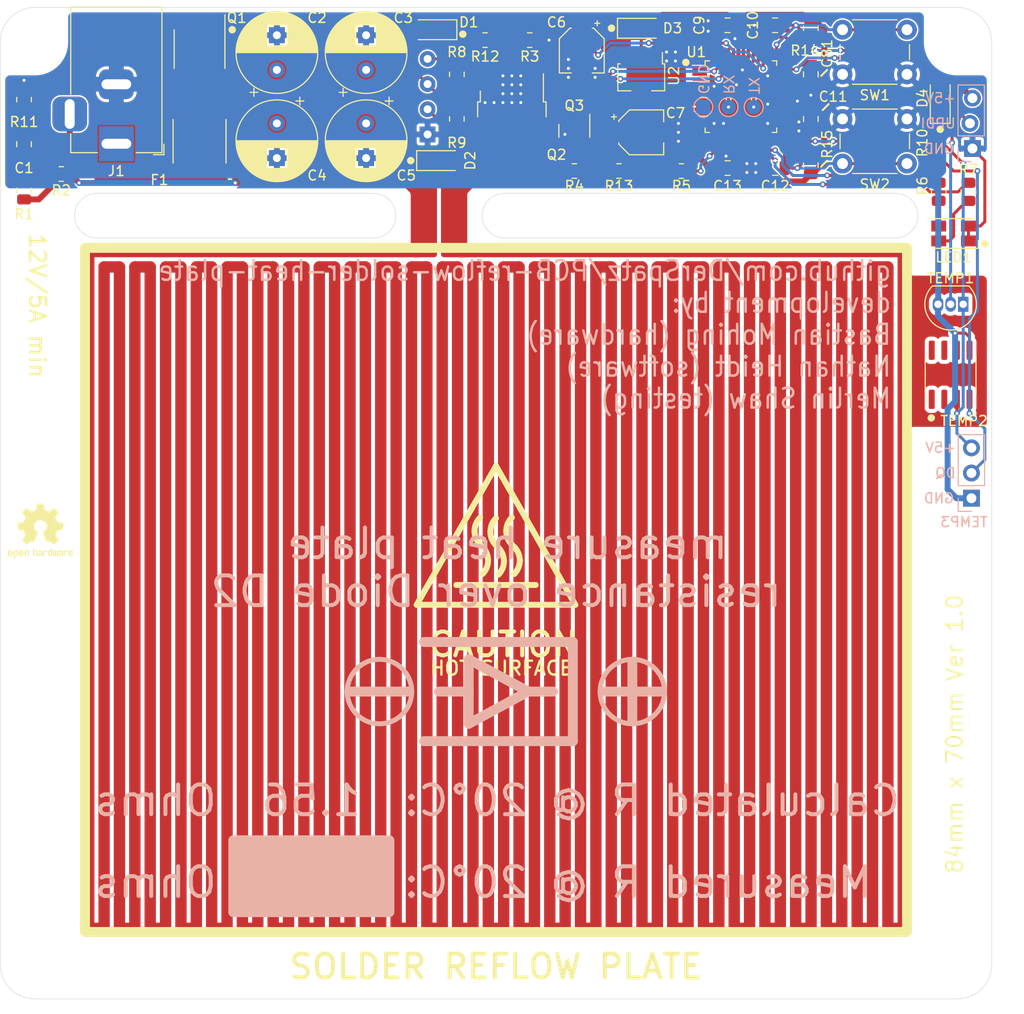
<source format=kicad_pcb>
(kicad_pcb (version 20211014) (generator pcbnew)
  (layers (0 "F.Cu" signal) (31 "B.Cu" signal) (34 "B.Paste" user) (35 "F.Paste" user) (36 "B.SilkS" user "B.Silkscreen") (37 "F.SilkS" user "F.Silkscreen") (38 "B.Mask" user) (39 "F.Mask" user) (44 "Edge.Cuts" user))
  (net 0 "")
  (net 1 "GND")
  (net 2 "+5V")
  (net 3 "VCC")
  (net 4 "/UPDI")
  (net 5 "/VCC-DIV")
  (net 6 "/I2C_SDA")
  (net 7 "/I2C_SCL")
  (net 8 "/GATE")
  (net 9 "HEATPLATE")
  (net 10 "Net-(C6-Pad1)")
  (net 11 "Net-(D2-Pad2)")
  (net 12 "Net-(F1-Pad1)")
  (net 14 "/TX0")
  (net 15 "/RX0")
  (net 27 "Net-(D4-Pad2)")
  (net 28 "Net-(LED1-Pad1)")
  (net 46 "Net-(Q2-Pad1)")
  (net 47 "Net-(Q3-Pad1)")
  (net 48 "Net-(LED1-Pad3)")
  (net 54 "Net-(C1-Pad2)")
  (net 55 "Net-(C1-Pad1)")
  (net 56 "Net-(J1-Pad3)")
  (net 57 "/SW_UP")
  (net 58 "/SW_DN")
  (net 59 "/TDATA_A")
  (net 60 "/TDATA_D")
  (net 61 "/LED_G")
  (net 62 "/LED_R")
  (footprint "Package_SO:SOIC-8_3.9x4.9mm_P1.27mm" (layer "F.Cu") (at 80.1 64.2 -90)
    (fp_text reference "Q1")
    (fp_text value "WSP4409A")
  )
  (footprint "Resistor_SMD:R_0805_2012Metric" (layer "F.Cu") (at 122.4 76.5)
    (fp_text reference "R13")
    (fp_text value "10k")
  )
  (footprint "Package_SO:SOIC-8_3.9x4.9mm_P1.27mm" (layer "F.Cu") (at 155.85 97.05 90)
    (fp_text reference "TEMP2")
    (fp_text value "DS18B20Z")
  )
  (footprint "Package_TO_SOT_SMD:SOT-23" (layer "F.Cu") (at 117.9 72.45 -90)
    (fp_text reference "Q3")
    (fp_text value "SS8050")
  )
  (footprint "Resistor_SMD:R_0805_2012Metric" (layer "F.Cu") (at 106.05 71.25 90)
    (fp_text reference "R9")
    (fp_text value "4k7")
  )
  (footprint "Capacitor_THT:CP_Radial_D8.0mm_P3.50mm" (layer "F.Cu") (at 96.9 71.697349 -90)
    (fp_text reference "C5")
    (fp_text value "680u/16V")
  )
  (footprint "Button_Switch_THT:SW_PUSH_6mm" (layer "F.Cu") (at 144.95 62.25)
    (fp_text reference "SW1")
    (fp_text value "SW_Push")
  )
  (footprint "Resistor_SMD:R_0805_2012Metric" (layer "F.Cu") (at 154.65 78.6 -90)
    (fp_text reference "R6")
    (fp_text value "1k")
  )
  (footprint "Capacitor_SMD:CP_Elec_4x5.4" (layer "F.Cu") (at 118.65 64.35 -90)
    (fp_text reference "C6")
    (fp_text value "22u/16V")
  )
  (footprint "Package_TO_SOT_SMD:TO-252-2" (layer "F.Cu") (at 111.6 72 -90)
    (fp_text reference "Q2")
    (fp_text value "IRLR8726TRPBF")
  )
  (footprint "Package_TO_SOT_SMD:SOT-89-3" (layer "F.Cu") (at 124.65 66.75 -90)
    (fp_text reference "U2")
    (fp_text value "AMS1117-5.0")
  )
  (footprint "Connector_BarrelJack:BarrelJack_Horizontal" (layer "F.Cu") (at 71.7075 73.75 -90)
    (fp_text reference "J1")
    (fp_text value "Barrel_Jack_Switch")
  )
  (footprint "Diode_SMD:D_SOD-123" (layer "F.Cu") (at 103.8 62.25 180)
    (fp_text reference "D1")
    (fp_text value "B5819W")
  )
  (footprint "NetTie:NetTie-2_SMD_Pad1.15mm" (layer "F.Cu") (at 101.4 84.625 180)
    (fp_text reference "NT1" hide)
    (fp_text value "NetTie_2")
  )
  (footprint "Capacitor_THT:CP_Radial_D8.0mm_P3.50mm" (layer "F.Cu") (at 96.9 66.302651 90)
    (fp_text reference "C3")
    (fp_text value "680u/16V")
  )
  (footprint "Resistor_SMD:R_0805_2012Metric" (layer "F.Cu") (at 154.65 74.4 90)
    (fp_text reference "R10")
    (fp_text value "4k7")
  )
  (footprint "Resistor_SMD:R_0805_2012Metric" (layer "F.Cu") (at 157.65 78.6 -90)
    (fp_text reference "R7")
    (fp_text value "1k")
  )
  (footprint "Capacitor_SMD:C_0805_2012Metric" (layer "F.Cu") (at 138.15 76.2 180)
    (fp_text reference "C12")
    (fp_text value "100nF")
  )
  (footprint "Resistor_SMD:R_0805_2012Metric" (layer "F.Cu") (at 141.75 62.1 90)
    (fp_text reference "R14")
    (fp_text value "10k")
  )
  (footprint "Resistor_SMD:R_0805_2012Metric" (layer "F.Cu") (at 141.75 75.9 -90)
    (fp_text reference "R15")
    (fp_text value "10k")
  )
  (footprint "Button_Switch_THT:SW_PUSH_6mm" (layer "F.Cu") (at 151.45 75.75 180)
    (fp_text reference "SW2")
    (fp_text value "SW_Push")
  )
  (footprint "Package_QFP:TQFP-48_7x7mm_P0.5mm" (layer "F.Cu") (at 134.7 69)
    (fp_text reference "U1")
    (fp_text value "ATMEGA4809-AFR")
  )
  (footprint "Resistor_SMD:R_0805_2012Metric" (layer "F.Cu") (at 113.4 63.3)
    (fp_text reference "R3")
    (fp_text value "1k")
  )
  (footprint "Resistor_SMD:R_0805_2012Metric" (layer "F.Cu") (at 117.9 76.5 180)
    (fp_text reference "R4")
    (fp_text value "1k")
  )
  (footprint "Capacitor_SMD:CP_Elec_4x5.4" (layer "F.Cu") (at 124.65 72.6)
    (fp_text reference "C7")
    (fp_text value "22u/16V")
  )
  (footprint "Capacitor_THT:CP_Radial_D8.0mm_P3.50mm" (layer "F.Cu") (at 87.9 66.302651 90)
    (fp_text reference "C2")
    (fp_text value "680u/16V")
  )
  (footprint "Diode_SMD:D_SOD-123" (layer "F.Cu") (at 124.5 62.1)
    (fp_text reference "D3")
    (fp_text value "B5819W")
  )
  (footprint "Capacitor_SMD:C_0805_2012Metric" (layer "F.Cu") (at 133.35 61.8 180)
    (fp_text reference "C9")
    (fp_text value "100nF")
  )
  (footprint "Capacitor_THT:CP_Radial_D8.0mm_P3.50mm" (layer "F.Cu") (at 87.9 71.697349 -90)
    (fp_text reference "C4")
    (fp_text value "680u/16V")
  )
  (footprint "MountingHole:MountingHole_3.2mm_M3" (layer "F.Cu") (at 63.5 63.5)
    (fp_text reference "H1" hide)
    (fp_text value "M3")
  )
  (footprint "MountingHole:MountingHole_3.2mm_M3" (layer "F.Cu") (at 156.5 156.5)
    (fp_text reference "H4" hide)
    (fp_text value "M3")
  )
  (footprint "Capacitor_SMD:C_0805_2012Metric" (layer "F.Cu") (at 141.75 66.75 -90)
    (fp_text reference "C81")
    (fp_text value "470pF")
  )
  (footprint "Resistor_SMD:R_0805_2012Metric" (layer "F.Cu") (at 62.4 69.3 90)
    (fp_text reference "R11")
    (fp_text value "10k")
  )
  (footprint "User:0.91Inch-OLED-Module" (layer "F.Cu") (at 119.89 67.92)
    (fp_text reference "OLED1" hide)
    (fp_text value "SSD1306")
  )
  (footprint "Diode_SMD:D_SOD-123" (layer "F.Cu") (at 154.8 69.45 90)
    (fp_text reference "D4")
    (fp_text value "B5819W")
  )
  (footprint "Capacitor_SMD:C_0805_2012Metric" (layer "F.Cu") (at 138.15 61.8 180)
    (fp_text reference "C10")
    (fp_text value "100nF")
  )
  (footprint "Capacitor_SMD:C_0805_2012Metric" (layer "F.Cu") (at 133.35 76.2)
    (fp_text reference "C13")
    (fp_text value "100nF")
  )
  (footprint "Package_TO_SOT_THT:TO-92_Inline" (layer "F.Cu") (at 157.12 89.94 180)
    (fp_text reference "TEMP1")
    (fp_text value "LMT85")
  )
  (footprint "LED_SMD:LED_Avago_PLCC4_3.2x2.8mm_CW" (layer "F.Cu") (at 156.15 82.8 180)
    (fp_text reference "LED1")
    (fp_text value "RED/GREEN")
  )
  (footprint "Capacitor_SMD:C_0805_2012Metric" (layer "F.Cu") (at 141.75 71.25 -90)
    (fp_text reference "C11")
    (fp_text value "100nF")
  )
  (footprint "Resistor_SMD:R_0805_2012Metric" (layer "F.Cu") (at 128.7 76.5 180)
    (fp_text reference "R5")
    (fp_text value "1k")
  )
  (footprint "Capacitor_SMD:C_0805_2012Metric" (layer "F.Cu") (at 62.4 73.8 90)
    (fp_text reference "C1")
    (fp_text value "10u")
  )
  (footprint "Resistor_SMD:R_0805_2012Metric" (layer "F.Cu") (at 106.05 66.75 90)
    (fp_text reference "R8")
    (fp_text value "4k7")
  )
  (footprint "MountingHole:MountingHole_3.2mm_M3" (layer "F.Cu") (at 63.5 156.5)
    (fp_text reference "H3" hide)
    (fp_text value "M3")
  )
  (footprint "Symbol:OSHW-Logo2_7.3x6mm_SilkScreen" (layer "F.Cu") (at 64.05 112.8)
    (fp_text reference "LOGO1" hide)
    (fp_text value "Logo_Open_Hardware_Small" hide)
  )
  (footprint "Diode_SMD:D_SOD-123" (layer "F.Cu") (at 104.25 75.45)
    (fp_text reference "D2")
    (fp_text value "B5819W")
  )
  (footprint "Resistor_SMD:R_0805_2012Metric" (layer "F.Cu") (at 66.15 76.8)
    (fp_text reference "R2")
    (fp_text value "47")
  )
  (footprint "MountingHole:MountingHole_3.2mm_M3" (layer "F.Cu") (at 156.5 63.5)
    (fp_text reference "H2" hide)
    (fp_text value "M3")
  )
  (footprint "NetTie:NetTie-2_SMD_Pad1.15mm" (layer "F.Cu") (at 107.1 84.625)
    (fp_text reference "NT2" hide)
    (fp_text value "NetTie_2")
  )
  (footprint "Fuse:Fuse_2920_7451Metric" (layer "F.Cu") (at 80.1 73.5 90)
    (fp_text reference "F1")
    (fp_text value "5A")
  )
  (footprint "Resistor_SMD:R_0805_2012Metric" (layer "F.Cu") (at 62.4 78.45 90)
    (fp_text reference "R1")
    (fp_text value "47")
  )
  (footprint "Resistor_SMD:R_0805_2012Metric" (layer "F.Cu") (at 108.9 63.3)
    (fp_text reference "R12")
    (fp_text value "10k")
  )
  (footprint "Connector_PinHeader_2.54mm:PinHeader_1x03_P2.54mm_Vertical" (layer "B.Cu") (at 157.927 74.23)
    (fp_text reference "UPDI1" hide)
    (fp_text value "1x03_2.54mm")
  )
  (footprint "TestPoint:TestPoint_Pad_D1.5mm" (layer "B.Cu") (at 130.91 70.05)
    (fp_text reference "TP3" hide)
    (fp_text value "TestPoint")
  )
  (footprint "Connector_PinHeader_2.54mm:PinHeader_1x03_P2.54mm_Vertical" (layer "B.Cu") (at 157.95 109.5)
    (fp_text reference "TEMP3")
    (fp_text value "Ext. 1-Wire")
  )
  (footprint "TestPoint:TestPoint_Pad_D1.5mm" (layer "B.Cu") (at 135.99 70.05)
    (fp_text reference "TP1" hide)
    (fp_text value "TestPoint")
  )
  (footprint "TestPoint:TestPoint_Pad_D1.5mm" (layer "B.Cu") (at 133.45 70.05)
    (fp_text reference "TP2" hide)
    (fp_text value "TestPoint")
  )
  (gr_line (start 107.25 129) (end 104.25 129) (layer "B.SilkS") (width 1))
  (gr_line (start 117.75 134) (end 102.75 134) (layer "B.SilkS") (width 1))
  (gr_line (start 126.75 129) (end 120.75 129) (layer "B.SilkS") (width 1))
  (gr_line (start 117.75 134) (end 117.75 124) (layer "B.SilkS") (width 1))
  (gr_line (start 117.75 124) (end 102.75 124) (layer "B.SilkS") (width 1))
  (gr_circle (center 98.25 129) (end 95 129) (layer "B.SilkS") (width 0.5) (fill none))
  (gr_circle (center 123.75 129) (end 120.5 129) (layer "B.SilkS") (width 0.5) (fill none))
  (gr_line (start 107.25 125.75) (end 113.25 129) (layer "B.SilkS") (width 1))
  (gr_line (start 101.25 129) (end 95.25 129) (layer "B.SilkS") (width 1))
  (gr_line (start 107.25 132.25) (end 107.25 125.75) (layer "B.SilkS") (width 1))
  (gr_line (start 112.75 129) (end 115.75 129) (layer "B.SilkS") (width 1))
  (gr_line (start 123.75 132) (end 123.75 126) (layer "B.SilkS") (width 1))
  (gr_line (start 113.25 129) (end 107.25 132.25) (layer "B.SilkS") (width 1))
  (gr_rect (start 83.5 144) (end 99.25 151.25) (layer "B.SilkS") (width 1) (fill solid))
  (gr_arc (start 108.4 114.181) (mid 107.981618 113.55435) (end 107.834891 112.815293) (layer "F.SilkS") (width 0.6))
  (gr_arc (start 108.634 114.416) (mid 109.052458 115.042267) (end 109.199402 115.781) (layer "F.SilkS") (width 0.6))
  (gr_line locked (start 102 120.25) (end 110 106.25) (layer "F.SilkS") (width 0.6))
  (gr_line locked (start 110 114.25) (end 110.234 114.484) (layer "F.SilkS") (width 0.6))
  (gr_line locked (start 102 120.25) (end 118 120.25) (layer "F.SilkS") (width 0.6))
  (gr_circle (center 121.65 62.1) (end 121.95 62.1) (layer "F.SilkS") (width 0.15) (fill solid))
  (gr_arc (start 111.6 114.181) (mid 111.181618 113.55435) (end 111.034891 112.815293) (layer "F.SilkS") (width 0.6))
  (gr_circle (center 101.4 75.45) (end 101.7 75.45) (layer "F.SilkS") (width 0.15) (fill solid))
  (gr_arc (start 110 114.25) (mid 109.581235 113.623274) (end 109.434184 112.884) (layer "F.SilkS") (width 0.6))
  (gr_arc (start 110.8 115.85) (mid 110.653011 116.588962) (end 110.234423 117.215423) (layer "F.SilkS") (width 0.6))
  (gr_line (start 142.8 76.05) (end 143.4 75.45) (layer "F.SilkS") (width 0.2))
  (gr_circle (center 159.3 83.85) (end 159.6 83.85) (layer "F.SilkS") (width 0.15) (fill solid))
  (gr_line (start 68.55 84.25) (end 68.55 153.25) (layer "F.SilkS") (width 1))
  (gr_arc (start 109.2 115.781) (mid 109.053011 116.519962) (end 108.634423 117.146423) (layer "F.SilkS") (width 0.6))
  (gr_arc (start 107.834 112.816) (mid 107.981065 112.076656) (end 108.39987 111.44987) (layer "F.SilkS") (width 0.6))
  (gr_circle (center 153.9 101.4) (end 154.2 101.4) (layer "F.SilkS") (width 0.15) (fill solid))
  (gr_arc (start 110.234 114.484) (mid 110.652841 115.110344) (end 110.800109 115.849293) (layer "F.SilkS") (width 0.6))
  (gr_line (start 142.8 66.9) (end 143.4 66.3) (layer "F.SilkS") (width 0.2))
  (gr_circle (center 154.8 72.3) (end 155.1 72.3) (layer "F.SilkS") (width 0.15) (fill solid))
  (gr_arc (start 111.834 114.416) (mid 112.252458 115.042267) (end 112.399402 115.781) (layer "F.SilkS") (width 0.6))
  (gr_arc (start 112.4 115.781) (mid 112.253011 116.519962) (end 111.834423 117.146423) (layer "F.SilkS") (width 0.6))
  (gr_line locked (start 106 118.25) (end 114 118.25) (layer "F.SilkS") (width 0.6))
  (gr_line (start 151.45 84.25) (end 68.55 84.25) (layer "F.SilkS") (width 1))
  (gr_circle (center 129.15 65.55) (end 129.45 65.55) (layer "F.SilkS") (width 0.15) (fill solid))
  (gr_arc (start 111.034 112.816) (mid 111.181065 112.076656) (end 111.59987 111.44987) (layer "F.SilkS") (width 0.6))
  (gr_arc (start 109.434 112.884) (mid 109.581065 112.144656) (end 109.99987 111.51787) (layer "F.SilkS") (width 0.6))
  (gr_circle (center 106.65 62.7) (end 106.95 62.7) (layer "F.SilkS") (width 0.15) (fill solid))
  (gr_line locked (start 110 106.25) (end 118 120.25) (layer "F.SilkS") (width 0.6))
  (gr_line (start 151.45 153.25) (end 68.55 153.25) (layer "F.SilkS") (width 1))
  (gr_line locked (start 108.4 114.181) (end 108.634 114.416) (layer "F.SilkS") (width 0.6))
  (gr_line (start 151.45 84.25) (end 151.45 153.25) (layer "F.SilkS") (width 1))
  (gr_line (start 142.95 70.35) (end 143.55 69.75) (layer "F.SilkS") (width 0.2))
  (gr_line locked (start 111.6 114.181) (end 111.834 114.416) (layer "F.SilkS") (width 0.6))
  (gr_circle (center 83.4 62.25) (end 83.7 62.25) (layer "F.SilkS") (width 0.15) (fill solid))
  (gr_arc (start 156.5 60) (mid 158.974874 61.025126) (end 160 63.5) (layer "Edge.Cuts") (width 0.05))
  (gr_line (start 60 156.5) (end 60 63.5) (layer "Edge.Cuts") (width 0.05))
  (gr_arc (start 69.75 83.25) (mid 67.5 81) (end 69.75 78.75) (layer "Edge.Cuts") (width 0.05))
  (gr_line (start 97.65 78.75) (end 69.75 78.75) (layer "Edge.Cuts") (width 0.05))
  (gr_arc (start 63.5 160) (mid 61.025126 158.974874) (end 60 156.5) (layer "Edge.Cuts") (width 0.05))
  (gr_arc (start 110.85 83.25) (mid 108.6 81) (end 110.85 78.75) (layer "Edge.Cuts") (width 0.05))
  (gr_arc (start 160 156.5) (mid 158.974874 158.974874) (end 156.5 160) (layer "Edge.Cuts") (width 0.05))
  (gr_line (start 156.5 160) (end 63.5 160) (layer "Edge.Cuts") (width 0.05))
  (gr_line (start 69.75 83.25) (end 97.65 83.25) (layer "Edge.Cuts") (width 0.05))
  (gr_arc (start 150.3 78.75) (mid 152.55 81) (end 150.3 83.25) (layer "Edge.Cuts") (width 0.05))
  (gr_line (start 150.3 83.25) (end 110.85 83.25) (layer "Edge.Cuts") (width 0.05))
  (gr_arc (start 60 63.5) (mid 61.025126 61.025126) (end 63.5 60) (layer "Edge.Cuts") (width 0.05))
  (gr_line (start 63.5 60) (end 156.5 60) (layer "Edge.Cuts") (width 0.05))
  (gr_line (start 110.85 78.75) (end 150.3 78.75) (layer "Edge.Cuts") (width 0.05))
  (gr_arc (start 97.65 78.75) (mid 99.9 81) (end 97.65 83.25) (layer "Edge.Cuts") (width 0.05))
  (gr_line (start 160 63.5) (end 160 156.5) (layer "Edge.Cuts") (width 0.05))
  (gr_text "github.com/DerSpatz/PCB-reflow-solder-heat-plate\ndevelopment by:\nBastian Mohing (hardware)\nNathan Heidt (software)\nMerlin Shaw (testing)" (at 150 93) (layer "B.SilkS") (effects (font (size 2 1.8) (thickness 0.25)) (justify left mirror)))
  (gr_text "GND" (at 130.91 68.85 270) (layer "B.SilkS") (effects (font (size 1 1)) (justify left mirror)))
  (gr_text "TX" (at 135.99 68.85 270) (layer "B.SilkS") (effects (font (size 1 1)) (justify left mirror)))
  (gr_text "DQ" (at 156.45 106.95) (layer "B.SilkS") (effects (font (size 1 1)) (justify left mirror)))
  (gr_text "RX" (at 133.45 68.85 270) (layer "B.SilkS") (effects (font (size 1 1)) (justify left mirror)))
  (gr_text "+5V" (at 156.45 69.15) (layer "B.SilkS") (effects (font (size 1 1)) (justify left mirror)))
  (gr_text "1.56  Ohms" (at 69.25 140) (layer "B.SilkS") (effects (font (size 3 3) (thickness 0.4)) (justify right mirror)))
  (gr_text "Measured R @ 20°C:" (at 100.5 148.25) (layer "B.SilkS") (effects (font (size 3 3) (thickness 0.4)) (justify right mirror)))
  (gr_text "Calculated R @ 20°C:" (at 100.5 140) (layer "B.SilkS") (effects (font (size 3 3) (thickness 0.4)) (justify right mirror)))
  (gr_text "GND" (at 156.3 74.25) (layer "B.SilkS") (effects (font (size 1 1)) (justify left mirror)))
  (gr_text "measure heat plate \nresistance over Diode D2" (at 110 116.5) (layer "B.SilkS") (effects (font (size 3 3) (thickness 0.4)) (justify mirror)))
  (gr_text "GND" (at 156.3 109.5) (layer "B.SilkS") (effects (font (size 1 1)) (justify left mirror)))
  (gr_text "UPDI" (at 156.45 71.7) (layer "B.SilkS") (effects (font (size 1 1)) (justify left mirror)))
  (gr_text "Ohms" (at 69.25 148.25) (layer "B.SilkS") (effects (font (size 3 3) (thickness 0.4)) (justify right mirror)))
  (gr_text "+5V" (at 156.45 104.4) (layer "B.SilkS") (effects (font (size 1 1)) (justify left mirror)))
  (gr_text "Ver 1.0" (at 156.25 128.1 90) (layer "F.SilkS") (effects (font (size 1.6 1.6) (thickness 0.2)) (justify left)))
  (gr_text "CAUTION" (at 103 124.25) (layer "F.SilkS") (effects (font (size 2.4 2.4) (thickness 0.4)) (justify left)))
  (gr_text "12V/5A min" (at 63.75 82.65 270) (layer "F.SilkS") (effects (font (size 1.6 1.6) (thickness 0.25)) (justify left)))
  (gr_text "HOT SURFACE" (at 103.2 126.65) (layer "F.SilkS") (effects (font (size 1.4 1.4) (thickness 0.24)) (justify left)))
  (gr_text "84mm x 70mm" (at 156.25 147.5 90) (layer "F.SilkS") (effects (font (size 1.6 1.6) (thickness 0.2)) (justify left)))
  (gr_text "SOLDER REFLOW PLATE" (at 110 156.75) (layer "F.SilkS") (effects (font (size 2.4 2.4) (thickness 0.4))))
  (segment (start 138.8625 69.75) (end 140.1 69.75) (width 0.3) (layer "F.Cu") (net 1))
  (segment (start 133.2 75) (end 132.95 74.75) (width 0.3) (layer "F.Cu") (net 1))
  (segment (start 134.85 66.3) (end 134.45 65.9) (width 0.3) (layer "F.Cu") (net 1))
  (segment (start 134.1 63.15) (end 134.45 63.5) (width 0.3) (layer "F.Cu") (net 1))
  (segment (start 157.755 93.255) (end 157.755 94.575) (width 0.3) (layer "F.Cu") (net 1))
  (segment (start 159.3 81.6) (end 158.85 82.05) (width 0.3) (layer "F.Cu") (net 1))
  (segment (start 158.85 82.05) (end 157.65 82.05) (width 0.3) (layer "F.Cu") (net 1))
  (segment (start 114.3125 63.3) (end 115.35 63.3) (width 0.6) (layer "F.Cu") (net 1))
  (segment (start 156.3 92.85) (end 157.35 92.85) (width 0.3) (layer "F.Cu") (net 1))
  (segment (start 134.45 63.5) (end 134.45 64.8375) (width 0.3) (layer "F.Cu") (net 1))
  (segment (start 137.2 61.8) (end 136.05 61.8) (width 0.6) (layer "F.Cu") (net 1))
  (segment (start 132.95 74.75) (end 132.95 73.1625) (width 0.3) (layer "F.Cu") (net 1))
  (segment (start 134.45 65.9) (end 134.45 64.8375) (width 0.3) (layer "F.Cu") (net 1))
  (segment (start 141.75 67.7) (end 141.75 68.85) (width 0.6) (layer "F.Cu") (net 1))
  (segment (start 140.1 69.75) (end 140.4 69.45) (width 0.3) (layer "F.Cu") (net 1))
  (segment (start 157.65 83.55) (end 157.65 82.05) (width 0.3) (layer "F.Cu") (net 1))
  (segment (start 116.95 71.5125) (end 116.95 72.8) (width 0.6) (layer "F.Cu") (net 1))
  (segment (start 158.054 74.23) (end 159.3 75.476) (width 0.3) (layer "F.Cu") (net 1))
  (segment (start 138.8625 69.75) (end 137.4 69.75) (width 0.3) (layer "F.Cu") (net 1))
  (segment (start 62.4 68.3875) (end 62.4 67.35) (width 0.3) (layer "F.Cu") (net 1))
  (segment (start 132.95 73.1625) (end 132.95 71.7) (width 0.3) (layer "F.Cu") (net 1))
  (segment (start 157.35 92.85) (end 157.755 93.255) (width 0.3) (layer "F.Cu") (net 1))
  (segment (start 159.3 75.476) (end 159.3 81.6) (width 0.3) (layer "F.Cu") (net 1))
  (via (at 111.6 67.8) (size 0.6) (drill 0.3) (layers "F.Cu" "B.Cu") (net 1))
  (via (at 116.95 72.8) (size 0.6) (drill 0.3) (layers "F.Cu" "B.Cu") (net 1))
  (via (at 133.2 75) (size 0.6) (drill 0.3) (layers "F.Cu" "B.Cu") (net 1))
  (via (at 110.7 69.6) (size 0.6) (drill 0.3) (layers "F.Cu" "B.Cu") (net 1))
  (via (at 112.5 69.6) (size 0.6) (drill 0.3) (layers "F.Cu" "B.Cu") (net 1))
  (via (at 135.3 75.75) (size 0.6) (drill 0.3) (layers "F.Cu" "B.Cu") (net 1))
  (via (at 137.4 69.75) (size 0.6) (drill 0.3) (layers "F.Cu" "B.Cu") (net 1))
  (via (at 134.1 63.15) (size 0.6) (drill 0.3) (layers "F.Cu" "B.Cu") (net 1))
  (via (at 137.4 66.9) (size 0.6) (drill 0.3) (layers "F.Cu" "B.Cu") (net 1))
  (via (at 141.75 68.85) (size 0.6) (drill 0.3) (layers "F.Cu" "B.Cu") (net 1))
  (via (at 120 66.15) (size 0.6) (drill 0.3) (layers "F.Cu" "B.Cu") (net 1))
  (via (at 117.3 66.15) (size 0.6) (drill 0.3) (layers "F.Cu" "B.Cu") (net 1))
  (via (at 134.25 67.8) (size 0.6) (drill 0.3) (layers "F.Cu" "B.Cu") (net 1))
  (via (at 115.35 63.3) (size 0.6) (drill 0.3) (layers "F.Cu" "B.Cu") (net 1))
  (via (at 110.7 66.9) (size 0.6) (drill 0.3) (layers "F.Cu" "B.Cu") (net 1))
  (via (at 128.4 72.6) (size 0.6) (drill 0.3) (layers "F.Cu" "B.Cu") (net 1))
  (via (at 134.85 66.3) (size 0.6) (drill 0.3) (layers "F.Cu" "B.Cu") (net 1))
  (via (at 117.3 67.05) (size 0.6) (drill 0.3) (layers "F.Cu" "B.Cu") (net 1))
  (via (at 137.4 71.7) (size 0.6) (drill 0.3) (layers "F.Cu" "B.Cu") (net 1))
  (via (at 111.6 66.9) (size 0.6) (drill 0.3) (layers "F.Cu" "B.Cu") (net 1))
  (via (at 117.3 65.25) (size 0.6) (drill 0.3) (layers "F.Cu" "B.Cu") (net 1))
  (via (at 132 67.95) (size 0.6) (drill 0.3) (layers "F.Cu" "B.Cu") (net 1))
  (via (at 136.05 61.8) (size 0.6) (drill 0.3) (layers "F.Cu" "B.Cu") (net 1))
  (via (at 62.4 67.35) (size 0.6) (drill 0.3) (layers "F.Cu" "B.Cu") (net 1))
  (via (at 111.6 68.7) (size 0.6) (drill 0.3) (layers "F.Cu" "B.Cu") (net 1))
  (via (at 127.2 65.4) (size 0.6) (drill 0.3) (layers "F.Cu" "B.Cu") (net 1))
  (via (at 128.1 65.4) (size 0.6) (drill 0.3) (layers "F.Cu" "B.Cu") (net 1))
  (via (at 127.2 64.5) (size 0.6) (drill 0.3) (layers "F.Cu" "B.Cu") (net 1))
  (via (at 140.55 72.45) (size 0.6) (drill 0.3) (layers "F.Cu" "B.Cu") (net 1))
  (via (at 136.2 76.65) (size 0.6) (drill 0.3) (layers "F.Cu" "B.Cu") (net 1))
  (via (at 112.5 68.7) (size 0.6) (drill 0.3) (layers "F.Cu" "B.Cu") (net 1))
  (via (at 131.4 62.4) (size 0.6) (drill 0.3) (layers "F.Cu" "B.Cu") (net 1))
  (via (at 128.4 71.7) (size 0.6) (drill 0.3) (layers "F.Cu" "B.Cu") (net 1))
  (via (at 111.6 69.6) (size 0.6) (drill 0.3) (layers "F.Cu" "B.Cu") (net 1))
  (via (at 128.4 73.5) (size 0.6) (drill 0.3) (layers "F.Cu" "B.Cu") (net 1))
  (via (at 140.55 71.55) (size 0.6) (drill 0.3) (layers "F.Cu" "B.Cu") (net 1))
  (via (at 110.7 67.8) (size 0.6) (drill 0.3) (layers "F.Cu" "B.Cu") (net 1))
  (via (at 109.8 69.6) (size 0.6) (drill 0.3) (layers "F.Cu" "B.Cu") (net 1))
  (via (at 132.95 71.7) (size 0.6) (drill 0.3) (layers "F.Cu" "B.Cu") (net 1))
  (via (at 112.5 66.9) (size 0.6) (drill 0.3) (layers "F.Cu" "B.Cu") (net 1))
  (via (at 108.9 69.6) (size 0.6) (drill 0.3) (layers "F.Cu" "B.Cu") (net 1))
  (via (at 140.4 69.45) (size 0.6) (drill 0.3) (layers "F.Cu" "B.Cu") (net 1))
  (via (at 132 71.7) (size 0.6) (drill 0.3) (layers "F.Cu" "B.Cu") (net 1))
  (via (at 131.4 61.35) (size 0.6) (drill 0.3) (layers "F.Cu" "B.Cu") (net 1))
  (via (at 156.3 92.85) (size 0.6) (drill 0.3) (layers "F.Cu" "B.Cu") (net 1))
  (via (at 120 67.05) (size 0.6) (drill 0.3) (layers "F.Cu" "B.Cu") (net 1))
  (via (at 110.7 68.7) (size 0.6) (drill 0.3) (layers "F.Cu" "B.Cu") (net 1))
  (via (at 135.3 76.65) (size 0.6) (drill 0.3) (layers "F.Cu" "B.Cu") (net 1))
  (via (at 136.2 75.75) (size 0.6) (drill 0.3) (layers "F.Cu" "B.Cu") (net 1))
  (via (at 112.5 67.8) (size 0.6) (drill 0.3) (layers "F.Cu" "B.Cu") (net 1))
  (via (at 128.1 64.5) (size 0.6) (drill 0.3) (layers "F.Cu" "B.Cu") (net 1))
  (segment (start 154.58 91.13) (end 156.3 92.85) (width 0.6) (layer "B.Cu") (net 1))
  (segment (start 156.45 109.5) (end 157.95 109.5) (width 0.6) (layer "B.Cu") (net 1))
  (segment (start 154.6 89.92) (end 154.6 77.2) (width 0.6) (layer "B.Cu") (net 1))
  (segment (start 156.3 99.75) (end 155.55 100.5) (width 0.6) (layer "B.Cu") (net 1))
  (segment (start 156.3 92.85) (end 156.3 99.75) (width 0.6) (layer "B.Cu") (net 1))
  (segment (start 155.55 100.5) (end 155.55 108.6) (width 0.6) (layer "B.Cu") (net 1))
  (segment (start 155.55 108.6) (end 156.45 109.5) (width 0.6) (layer "B.Cu") (net 1))
  (segment (start 154.58 89.94) (end 154.58 91.13) (width 0.6) (layer "B.Cu") (net 1))
  (segment (start 123.45 68.25) (end 124.65 67.05) (width 0.3) (layer "F.Cu") (net 2))
  (segment (start 143.1 69) (end 143.1 62.25) (width 0.6) (layer "F.Cu") (net 2))
  (segment (start 124.8 76.5) (end 123.3125 76.5) (width 0.6) (layer "F.Cu") (net 2))
  (segment (start 142.1875 61.3375) (end 142.0375 61.3375) (width 0.6) (layer "F.Cu") (net 2))
  (segment (start 121.05 69.6) (end 122.4 68.25) (width 0.3) (layer "F.Cu") (net 2))
  (segment (start 116.7 69.6) (end 121.05 69.6) (width 0.3) (layer "F.Cu") (net 2))
  (segment (start 107.55 71.7) (end 107.0875 72.1625) (width 0.3) (layer "F.Cu") (net 2))
  (segment (start 126.3 75) (end 124.8 76.5) (width 0.6) (layer "F.Cu") (net 2))
  (segment (start 108.45 66.15) (end 114.75 66.15) (width 0.3) (layer "F.Cu") (net 2))
  (segment (start 134.3 61.55) (end 133.35 60.6) (width 0.3) (layer "F.Cu") (net 2))
  (segment (start 151.99998 69.3) (end 153.79998 71.1) (width 0.6) (layer "F.Cu") (net 2))
  (segment (start 107.55 67.05) (end 108.45 66.15) (width 0.3) (layer "F.Cu") (net 2))
  (segment (start 130.35 75) (end 126.3 75) (width 0.6) (layer "F.Cu") (net 2))
  (segment (start 141 60.6) (end 135.3 60.6) (width 0.3) (layer "F.Cu") (net 2))
  (segment (start 143.1 62.25) (end 142.1875 61.3375) (width 0.6) (layer "F.Cu") (net 2))
  (segment (start 141.75 70.3) (end 143 70.3) (width 0.3) (layer "F.Cu") (net 2))
  (segment (start 153.79998 71.1) (end 154.8 71.1) (width 0.6) (layer "F.Cu") (net 2))
  (segment (start 138.8625 70.25) (end 141.7 70.25) (width 0.3) (layer "F.Cu") (net 2))
  (segment (start 133.5 77.55) (end 141.0125 77.55) (width 0.6) (layer "F.Cu") (net 2))
  (segment (start 107.0875 72.1625) (end 106.05 72.1625) (width 0.3) (layer "F.Cu") (net 2))
  (segment (start 141.8875 76.8125) (end 143.1 75.6) (width 0.6) (layer "F.Cu") (net 2))
  (segment (start 154.8 73.3375) (end 154.8 71.1) (width 0.6) (layer "F.Cu") (net 2))
  (segment (start 107.5375 67.6625) (end 107.55 67.65) (width 0.3) (layer "F.Cu") (net 2))
  (segment (start 141.0125 77.55) (end 141.75 76.8125) (width 0.6) (layer "F.Cu") (net 2))
  (segment (start 135.3 60.6) (end 134.3 61.6) (width 0.3) (layer "F.Cu") (net 2))
  (segment (start 126.15 61.2) (end 126.15 62.1) (width 0.3) (layer "F.Cu") (net 2))
  (segment (start 134.95 62.7) (end 134.3 62.05) (width 0.3) (layer "F.Cu") (net 2))
  (segment (start 143.1 70.2) (end 143.1 69) (width 0.6) (layer "F.Cu") (net 2))
  (segment (start 107.55 67.65) (end 107.55 67.05) (width 0.3) (layer "F.Cu") (net 2))
  (segment (start 125.25 62.1) (end 126.15 62.1) (width 0.3) (layer "F.Cu") (net 2))
  (segment (start 114.75 66.15) (end 115.2 66.6) (width 0.3) (layer "F.Cu") (net 2))
  (segment (start 143.1 75.6) (end 143.1 70.2) (width 0.6) (layer "F.Cu") (net 2))
  (segment (start 156.485 99.525) (end 156.485 100.95) (width 0.3) (layer "F.Cu") (net 2))
  (segment (start 104.9925 72.1625) (end 103.1 70.27) (width 0.3) (layer "F.Cu") (net 2))
  (segment (start 133.35 60.6) (end 126.75 60.6) (width 0.3) (layer "F.Cu") (net 2))
  (segment (start 106.05 67.6625) (end 107.5375 67.6625) (width 0.3) (layer "F.Cu") (net 2))
  (segment (start 115.2 68.1) (end 116.7 69.6) (width 0.3) (layer "F.Cu") (net 2))
  (segment (start 122.4 68.25) (end 123.45 68.25) (width 0.3) (layer "F.Cu") (net 2))
  (segment (start 157.12 75.75) (end 154.8575 73.4875) (width 0.3) (layer "F.Cu") (net 2))
  (segment (start 124.65 62.7) (end 125.25 62.1) (width 0.3) (layer "F.Cu") (net 2))
  (segment (start 106.05 72.1625) (end 104.9925 72.1625) (width 0.3) (layer "F.Cu") (net 2))
  (segment (start 132.4 76.2) (end 131.55 76.2) (width 0.6) (layer "F.Cu") (net 2))
  (segment (start 124.65 65.1875) (end 124.65 62.7) (width 0.3) (layer "F.Cu") (net 2))
  (segment (start 132.4 76.45) (end 133.5 77.55) (width 0.6) (layer "F.Cu") (net 2))
  (segment (start 132.45 73.1625) (end 132.45 76.15) (width 0.3) (layer "F.Cu") (net 2))
  (segment (start 107.55 67.65) (end 107.55 71.7) (width 0.3) (layer "F.Cu") (net 2))
  (segment (start 126.75 60.6) (end 126.15 61.2) (width 0.3) (layer "F.Cu") (net 2))
  (segment (start 134.95 64.8375) (end 134.95 62.7) (width 0.3) (layer "F.Cu") (net 2))
  (segment (start 141.5875 61.1875) (end 141 60.6) (width 0.3) (layer "F.Cu") (net 2))
  (segment (start 143.1 69.3) (end 151.99998 69.3) (width 0.6) (layer "F.Cu") (net 2))
  (segment (start 115.2 66.6) (end 115.2 68.1) (width 0.3) (layer "F.Cu") (net 2))
  (segment (start 143 70.3) (end 143.1 70.2) (width 0.3) (layer "F.Cu") (net 2))
  (segment (start 131.55 76.2) (end 130.35 75) (width 0.6) (layer "F.Cu") (net 2))
  (via (at 156.485 100.95) (size 0.6) (drill 0.3) (layers "F.Cu" "B.Cu") (net 2))
  (via (at 157.12 75.75) (size 0.6) (drill 0.3) (layers "F.Cu" "B.Cu") (net 2))
  (segment (start 157.12 75.75) (end 157.12 89.94) (width 0.3) (layer "B.Cu") (net 2))
  (segment (start 156.485 102.955) (end 157.95 104.42) (width 0.3) (layer "B.Cu") (net 2))
  (segment (start 157.12 90.51) (end 157.12 100.315) (width 0.3) (layer "B.Cu") (net 2))
  (segment (start 156.485 100.95) (end 156.485 102.955) (width 0.3) (layer "B.Cu") (net 2))
  (segment (start 157.12 100.315) (end 156.485 100.95) (width 0.3) (layer "B.Cu") (net 2))
  (segment (start 108.15 70.8) (end 108.15 72) (width 0.3) (layer "F.Cu") (net 3))
  (segment (start 108.6 70.35) (end 108.15 70.8) (width 0.3) (layer "F.Cu") (net 3))
  (segment (start 116.9875 76.5) (end 116.1 76.5) (width 0.3) (layer "F.Cu") (net 3))
  (segment (start 108.15 72) (end 106.95 73.2) (width 0.3) (layer "F.Cu") (net 3))
  (segment (start 116.1 76.5) (end 115.65 76.05) (width 0.3) (layer "F.Cu") (net 3))
  (segment (start 106.95 73.2) (end 105 73.2) (width 0.3) (layer "F.Cu") (net 3))
  (segment (start 67.0625 76.8125) (end 67.95 77.7) (width 0.6) (layer "F.Cu") (net 3))
  (segment (start 105 73.2) (end 102.75 75.45) (width 0.3) (layer "F.Cu") (net 3))
  (segment (start 115.65 71.25) (end 114.75 70.35) (width 0.3) (layer "F.Cu") (net 3))
  (segment (start 115.65 76.05) (end 115.65 71.25) (width 0.3) (layer "F.Cu") (net 3))
  (segment (start 114.75 70.35) (end 108.6 70.35) (width 0.3) (layer "F.Cu") (net 3))
  (via (at 67.95 77.7) (size 0.6) (drill 0.3) (layers "F.Cu" "B.Cu") (net 3))
  (via (at 83.7 77.7) (size 0.6) (drill 0.3) (layers "F.Cu" "B.Cu") (net 3))
  (segment (start 83.7 77.7) (end 67.95 77.7) (width 0.6) (layer "B.Cu") (net 3))
  (segment (start 139.2 63) (end 135.9 63) (width 0.3) (layer "F.Cu") (net 4))
  (segment (start 140.55 64.35) (end 139.2 63) (width 0.3) (layer "F.Cu") (net 4))
  (segment (start 154.96 68.85) (end 153.75 68.85) (width 0.3) (layer "F.Cu") (net 4))
  (segment (start 135.9 63) (end 135.45 63.45) (width 0.3) (layer "F.Cu") (net 4))
  (segment (start 135.45 63.45) (end 135.45 64.8375) (width 0.3) (layer "F.Cu") (net 4))
  (segment (start 153 65.85) (end 151.5 64.35) (width 0.3) (layer "F.Cu") (net 4))
  (segment (start 142.2 64.35) (end 140.55 64.35) (width 0.3) (layer "F.Cu") (net 4))
  (segment (start 151.5 64.35) (end 144.75 64.35) (width 0.3) (layer "F.Cu") (net 4))
  (segment (start 153.75 68.85) (end 153 68.1) (width 0.3) (layer "F.Cu") (net 4))
  (segment (start 153 68.1) (end 153 65.85) (width 0.3) (layer "F.Cu") (net 4))
  (segment (start 157.8 71.69) (end 154.96 68.85) (width 0.3) (layer "F.Cu") (net 4))
  (via (at 142.2 64.35) (size 0.6) (drill 0.3) (layers "F.Cu" "B.Cu") (net 4))
  (via (at 144.75 64.35) (size 0.6) (drill 0.3) (layers "F.Cu" "B.Cu") (net 4))
  (segment (start 142.2 64.35) (end 144.75 64.35) (width 0.3) (layer "B.Cu") (net 4))
  (segment (start 113.4 64.35) (end 112.4875 63.4375) (width 0.3) (layer "F.Cu") (net 5))
  (segment (start 109.8125 63.3) (end 112.4875 63.3) (width 0.3) (layer "F.Cu") (net 5))
  (segment (start 120.3 64.8) (end 119.85 64.35) (width 0.3) (layer "F.Cu") (net 5))
  (segment (start 125.4 63.6) (end 133.2 63.6) (width 0.3) (layer "F.Cu") (net 5))
  (segment (start 136.95 64.8375) (end 136.95 66.15) (width 0.3) (layer "F.Cu") (net 5))
  (segment (start 119.85 64.35) (end 113.4 64.35) (width 0.3) (layer "F.Cu") (net 5))
  (via (at 120.3 64.8) (size 0.6) (drill 0.3) (layers "F.Cu" "B.Cu") (net 5))
  (via (at 125.4 63.6) (size 0.6) (drill 0.3) (layers "F.Cu" "B.Cu") (net 5))
  (via (at 133.2 63.6) (size 0.6) (drill 0.3) (layers "F.Cu" "B.Cu") (net 5))
  (via (at 136.95 66.15) (size 0.6) (drill 0.3) (layers "F.Cu" "B.Cu") (net 5))
  (segment (start 133.2 63.6) (end 134.1 64.5) (width 0.3) (layer "B.Cu") (net 5))
  (segment (start 134.1 64.5) (end 135.3 64.5) (width 0.3) (layer "B.Cu") (net 5))
  (segment (start 121.5 63.6) (end 120.3 64.8) (width 0.3) (layer "B.Cu") (net 5))
  (segment (start 135.3 64.5) (end 136.95 66.15) (width 0.3) (layer "B.Cu") (net 5))
  (segment (start 125.4 63.6) (end 121.5 63.6) (width 0.3) (layer "B.Cu") (net 5))
  (segment (start 132.45 67.2) (end 132.95 66.7) (width 0.3) (layer "F.Cu") (net 6))
  (segment (start 107.8625 65.8375) (end 106.05 65.8375) (width 0.3) (layer "F.Cu") (net 6))
  (segment (start 120.15 69) (end 117 69) (width 0.3) (layer "F.Cu") (net 6))
  (segment (start 106.05 65.8375) (end 104.9875 65.8375) (width 0.3) (layer "F.Cu") (net 6))
  (segment (start 115.8 67.8) (end 115.8 66.3) (width 0.3) (layer "F.Cu") (net 6))
  (segment (start 104.9875 65.8375) (end 104.34 65.19) (width 0.3) (layer "F.Cu") (net 6))
  (segment (start 104.34 65.19) (end 103.1 65.19) (width 0.3) (layer "F.Cu") (net 6))
  (segment (start 115.05 65.55) (end 108.15 65.55) (width 0.3) (layer "F.Cu") (net 6))
  (segment (start 108.15 65.55) (end 107.8625 65.8375) (width 0.3) (layer "F.Cu") (net 6))
  (segment (start 121.95 67.2) (end 120.15 69) (width 0.3) (layer "F.Cu") (net 6))
  (segment (start 117 69) (end 115.8 67.8) (width 0.3) (layer "F.Cu") (net 6))
  (segment (start 115.8 66.3) (end 115.05 65.55) (width 0.3) (layer "F.Cu") (net 6))
  (segment (start 122.55 67.2) (end 121.95 67.2) (width 0.3) (layer "F.Cu") (net 6))
  (segment (start 132.95 66.7) (end 132.95 64.8375) (width 0.3) (layer "F.Cu") (net 6))
  (via (at 132.45 67.2) (size 0.6) (drill 0.3) (layers "F.Cu" "B.Cu") (net 6))
  (via (at 122.55 67.2) (size 0.6) (drill 0.3) (layers "F.Cu" "B.Cu") (net 6))
  (segment (start 122.55 67.2) (end 132.45 67.2) (width 0.3) (layer "B.Cu") (net 6))
  (segment (start 104.37 69) (end 103.1 67.73) (width 0.3) (layer "F.Cu") (net 7))
  (segment (start 102.15 63.75) (end 101.55 64.35) (width 0.3) (layer "F.Cu") (net 7))
  (segment (start 132 66.45) (end 132.45 66) (width 0.3) (layer "F.Cu") (net 7))
  (segment (start 104.1 63.75) (end 102.15 63.75) (width 0.3) (layer "F.Cu") (net 7))
  (segment (start 132.45 66) (end 132.45 64.8375) (width 0.3) (layer "F.Cu") (net 7))
  (segment (start 106.05 69.45) (end 105.6 69) (width 0.3) (layer "F.Cu") (net 7))
  (segment (start 105.6 69) (end 104.37 69) (width 0.3) (layer "F.Cu") (net 7))
  (segment (start 121.8 66.45) (end 119.85 68.4) (width 0.3) (layer "F.Cu") (net 7))
  (segment (start 106.05 70.3375) (end 106.05 69.45) (width 0.3) (layer "F.Cu") (net 7))
  (segment (start 115.35 64.95) (end 105.3 64.95) (width 0.3) (layer "F.Cu") (net 7))
  (segment (start 116.4 67.5) (end 116.4 66) (width 0.3) (layer "F.Cu") (net 7))
  (segment (start 101.55 64.35) (end 101.55 66.18) (width 0.3) (layer "F.Cu") (net 7))
  (segment (start 119.85 68.4) (end 117.3 68.4) (width 0.3) (layer "F.Cu") (net 7))
  (segment (start 117.3 68.4) (end 116.4 67.5) (width 0.3) (layer "F.Cu") (net 7))
  (segment (start 116.4 66) (end 115.35 64.95) (width 0.3) (layer "F.Cu") (net 7))
  (segment (start 105.3 64.95) (end 104.1 63.75) (width 0.3) (layer "F.Cu") (net 7))
  (segment (start 101.55 66.18) (end 103.1 67.73) (width 0.3) (layer "F.Cu") (net 7))
  (via (at 121.8 66.45) (size 0.6) (drill 0.3) (layers "F.Cu" "B.Cu") (net 7))
  (via (at 132 66.45) (size 0.6) (drill 0.3) (layers "F.Cu" "B.Cu") (net 7))
  (segment (start 121.8 66.45) (end 132 66.45) (width 0.3) (layer "B.Cu") (net 7))
  (segment (start 131.95 74.6) (end 131.95 73.1625) (width 0.3) (layer "F.Cu") (net 8))
  (segment (start 131.55 75) (end 131.95 74.6) (width 0.3) (layer "F.Cu") (net 8))
  (segment (start 129.6125 76.5) (end 130.65 76.5) (width 0.3) (layer "F.Cu") (net 8))
  (via (at 130.65 76.5) (size 0.6) (drill 0.3) (layers "F.Cu" "B.Cu") (net 8))
  (via (at 131.55 75) (size 0.6) (drill 0.3) (layers "F.Cu" "B.Cu") (net 8))
  (segment (start 131.55 75) (end 130.65 75.9) (width 0.3) (layer "B.Cu") (net 8))
  (segment (start 130.65 75.9) (end 130.65 76.5) (width 0.3) (layer "B.Cu") (net 8))
  (segment (start 103.025 152.875) (end 104.575 152.875) (width 1.15) (layer "F.Cu") (net 9))
  (segment (start 107.675 152.875) (end 107.675 86.175) (width 1.15) (layer "F.Cu") (net 9))
  (segment (start 124.725 152.875) (end 126.275 152.875) (width 1.15) (layer "F.Cu") (net 9))
  (segment (start 101.475 86.175) (end 103.025 86.175) (width 1.15) (layer "F.Cu") (net 9))
  (segment (start 126.275 152.875) (end 126.275 86.175) (width 1.15) (layer "F.Cu") (net 9))
  (segment (start 90.625 86.175) (end 90.625 152.875) (width 1.15) (layer "F.Cu") (net 9))
  (segment (start 113.875 152.875) (end 113.875 86.175) (width 1.15) (layer "F.Cu") (net 9))
  (segment (start 134.025 152.875) (end 135.575 152.875) (width 1.15) (layer "F.Cu") (net 9))
  (segment (start 95.275 152.875) (end 95.275 86.175) (width 1.15) (layer "F.Cu") (net 9))
  (segment (start 79.775 86.175) (end 81.325 86.175) (width 1.15) (layer "F.Cu") (net 9))
  (segment (start 134.025 86.175) (end 134.025 152.875) (width 1.15) (layer "F.Cu") (net 9))
  (segment (start 121.625 152.875) (end 123.175 152.875) (width 1.15) (layer "F.Cu") (net 9))
  (segment (start 127.825 152.875) (end 129.375 152.875) (width 1.15) (layer "F.Cu") (net 9))
  (segment (start 143.325 86.175) (end 143.325 152.875) (width 1.15) (layer "F.Cu") (net 9))
  (segment (start 107.675 86.175) (end 109.225 86.175) (width 1.15) (layer "F.Cu") (net 9))
  (segment (start 78.225 152.875) (end 79.775 152.875) (width 1.15) (layer "F.Cu") (net 9))
  (segment (start 126.275 86.175) (end 127.825 86.175) (width 1.15) (layer "F.Cu") (net 9))
  (segment (start 99.925 86.175) (end 99.925 152.875) (width 1.15) (layer "F.Cu") (net 9))
  (segment (start 127.825 86.175) (end 127.825 152.875) (width 1.15) (layer "F.Cu") (net 9))
  (segment (start 140.225 152.875) (end 141.775 152.875) (width 1.15) (layer "F.Cu") (net 9))
  (segment (start 138.675 86.175) (end 140.225 86.175) (width 1.15) (layer "F.Cu") (net 9))
  (segment (start 104.575 152.875) (end 104.575 86.175) (width 1.15) (layer "F.Cu") (net 9))
  (segment (start 147.975 152.875) (end 147.975 86.175) (width 1.15) (layer "F.Cu") (net 9))
  (segment (start 76.675 86.175) (end 78.225 86.175) (width 1.15) (layer "F.Cu") (net 9))
  (segment (start 135.575 86.175) (end 137.125 86.175) (width 1.15) (layer "F.Cu") (net 9))
  (segment (start 151.075 152.875) (end 151.075 84.625) (width 1.15) (layer "F.Cu") (net 9))
  (segment (start 98.375 86.175) (end 99.925 86.175) (width 1.15) (layer "F.Cu") (net 9))
  (segment (start 149.525 86.175) (end 149.525 152.875) (width 1.15) (layer "F.Cu") (net 9))
  (segment (start 129.375 86.175) (end 130.925 86.175) (width 1.15) (layer "F.Cu") (net 9))
  (segment (start 112.325 152.875) (end 113.875 152.875) (width 1.15) (layer "F.Cu") (net 9))
  (segment (start 85.975 152.875) (end 85.975 86.175) (width 1.15) (layer "F.Cu") (net 9))
  (segment (start 130.925 86.175) (end 130.925 152.875) (width 1.15) (layer "F.Cu") (net 9))
  (segment (start 115.425 86.175) (end 115.425 152.875) (width 1.15) (layer "F.Cu") (net 9))
  (segment (start 132.475 86.175) (end 134.025 86.175) (width 1.15) (layer "F.Cu") (net 9))
  (segment (start 123.175 86.175) (end 124.725 86.175) (width 1.15) (layer "F.Cu") (net 9))
  (segment (start 135.575 152.875) (end 135.575 86.175) (width 1.15) (layer "F.Cu") (net 9))
  (segment (start 76.675 152.875) (end 76.675 86.175) (width 1.15) (layer "F.Cu") (net 9))
  (segment (start 89.075 86.175) (end 90.625 86.175) (width 1.15) (layer "F.Cu") (net 9))
  (segment (start 109.225 86.175) (end 109.225 152.875) (width 1.15) (layer "F.Cu") (net 9))
  (segment (start 121.625 86.175) (end 121.625 152.875) (width 1.15) (layer "F.Cu") (net 9))
  (segment (start 89.075 152.875) (end 89.075 86.175) (width 1.15) (layer "F.Cu") (net 9))
  (segment (start 116.975 86.175) (end 118.525 86.175) (width 1.15) (layer "F.Cu") (net 9))
  (segment (start 116.975 152.875) (end 116.975 86.175) (width 1.15) (layer "F.Cu") (net 9))
  (segment (start 106.125 86.175) (end 106.125 152.875) (width 1.15) (layer "F.Cu") (net 9))
  (segment (start 138.675 152.875) (end 138.675 86.175) (width 1.15) (layer "F.Cu") (net 9))
  (segment (start 112.325 86.175) (end 112.325 152.875) (width 1.15) (layer "F.Cu") (net 9))
  (segment (start 70.475 152.875) (end 70.475 86.175) (width 1.15) (layer "F.Cu") (net 9))
  (segment (start 79.775 152.875) (end 79.775 86.175) (width 1.15) (layer "F.Cu") (net 9))
  (segment (start 106.125 152.875) (end 107.675 152.875) (width 1.15) (layer "F.Cu") (net 9))
  (segment (start 104.575 86.175) (end 106.125 86.175) (width 1.15) (layer "F.Cu") (net 9))
  (segment (start 93.725 86.175) (end 93.725 152.875) (width 1.15) (layer "F.Cu") (net 9))
  (segment (start 98.375 152.875) (end 98.375 86.175) (width 1.15) (layer "F.Cu") (net 9))
  (segment (start 103.025 86.175) (end 103.025 152.875) (width 1.15) (layer "F.Cu") (net 9))
  (segment (start 144.875 86.175) (end 146.425 86.175) (width 1.15) (layer "F.Cu") (net 9))
  (segment (start 147.975 86.175) (end 149.525 86.175) (width 1.15) (layer "F.Cu") (net 9))
  (segment (start 81.325 152.875) (end 82.875 152.875) (width 1.15) (layer "F.Cu") (net 9))
  (segment (start 92.175 86.175) (end 93.725 86.175) (width 1.15) (layer "F.Cu") (net 9))
  (segment (start 84.425 86.175) (end 84.425 152.875) (width 1.15) (layer "F.Cu") (net 9))
  (segment (start 75.125 86.175) (end 75.125 152.875) (width 1.15) (layer "F.Cu") (net 9))
  (segment (start 68.925 84.625) (end 68.925 152.875) (width 1.15) (layer "F.Cu") (net 9))
  (segment (start 85.975 86.175) (end 87.525 86.175) (width 1.15) (layer "F.Cu") (net 9))
  (segment (start 72.025 86.175) (end 72.025 152.875) (width 1.15) (layer "F.Cu") (net 9))
  (segment (start 140.225 86.175) (end 140.225 152.875) (width 1.15) (layer "F.Cu") (net 9))
  (segment (start 113.875 86.175) (end 115.425 86.175) (width 1.15) (layer "F.Cu") (net 9))
  (segment (start 99.925 152.875) (end 101.475 152.875) (width 1.15) (layer "F.Cu") (net 9))
  (segment (start 109.225 152.875) (end 110.775 152.875) (width 1.15) (layer "F.Cu") (net 9))
  (segment (start 132.475 152.875) (end 132.475 86.175) (width 1.15) (layer "F.Cu") (net 9))
  (segment (start 96.825 86.175) (end 96.825 152.875) (width 1.15) (layer "F.Cu") (net 9))
  (segment (start 82.875 152.875) (end 82.875 86.175) (width 1.15) (layer "F.Cu") (net 9))
  (segment (start 141.775 86.175) (end 143.325 86.175) (width 1.15) (layer "F.Cu") (net 9))
  (segment (start 120.075 86.175) (end 121.625 86.175) (width 1.15) (layer "F.Cu") (net 9))
  (segment (start 143.325 152.875) (end 144.875 152.875) (width 1.15) (layer "F.Cu") (net 9))
  (segment (start 129.375 152.875) (end 129.375 86.175) (width 1.15) (layer "F.Cu") (net 9))
  (segment (start 110.775 86.175) (end 112.325 86.175) (width 1.15) (layer "F.Cu") (net 9))
  (segment (start 87.525 86.175) (end 87.525 152.875) (width 1.15) (layer "F.Cu") (net 9))
  (segment (start 100.575 84.625) (end 68.925 84.625) (width 1.15) (layer "F.Cu") (net 9))
  (segment (start 118.525 152.875) (end 120.075 152.875) (width 1.15) (layer "F.Cu") (net 9))
  (segment (start 120.075 152.875) (end 120.075 86.175) (width 1.15) (layer "F.Cu") (net 9))
  (segment (start 130.925 152.875) (end 132.475 152.875) (width 1.15) (layer "F.Cu") (net 9))
  (segment (start 82.875 86.175) (end 84.425 86.175) (width 1.15) (layer "F.Cu") (net 9))
  (segment (start 92.175 152.875) (end 92.175 86.175) (width 1.15) (layer "F.Cu") (net 9))
  (segment (start 149.525 152.875) (end 151.075 152.875) (width 1.15) (layer "F.Cu") (net 9))
  (segment (start 115.425 152.875) (end 116.975 152.875) (width 1.15) (layer "F.Cu") (net 9))
  (segment (start 75.125 152.875) (end 76.675 152.875) (width 1.15) (layer "F.Cu") (net 9))
  (segment (start 93.725 152.875) (end 95.275 152.875) (width 1.15) (layer "F.Cu") (net 9))
  (segment (start 137.125 86.175) (end 137.125 152.875) (width 1.15) (layer "F.Cu") (net 9))
  (segment (start 118.525 86.175) (end 118.525 152.875) (width 1.15) (layer "F.Cu") (net 9))
  (segment (start 73.575 86.175) (end 75.125 86.175) (width 1.15) (layer "F.Cu") (net 9))
  (segment (start 73.575 152.875) (end 73.575 86.175) (width 1.15) (layer "F.Cu") (net 9))
  (segment (start 68.925 152.875) (end 70.475 152.875) (width 1.15) (layer "F.Cu") (net 9))
  (segment (start 78.225 86.175) (end 78.225 152.875) (width 1.15) (layer "F.Cu") (net 9))
  (segment (start 101.475 152.875) (end 101.475 86.175) (width 1.15) (layer "F.Cu") (net 9))
  (segment (start 151.075 84.625) (end 107.925 84.625) (width 1.15) (layer "F.Cu") (net 9))
  (segment (start 124.725 86.175) (end 124.725 152.875) (width 1.15) (layer "F.Cu") (net 9))
  (segment (start 72.025 152.875) (end 73.575 152.875) (width 1.15) (layer "F.Cu") (net 9))
  (segment (start 81.325 86.175) (end 81.325 152.875) (width 1.15) (layer "F.Cu") (net 9))
  (segment (start 70.475 86.175) (end 72.025 86.175) (width 1.15) (layer "F.Cu") (net 9))
  (segment (start 95.275 86.175) (end 96.825 86.175) (width 1.15) (layer "F.Cu") (net 9))
  (segment (start 123.175 152.875) (end 123.175 86.175) (width 1.15) (layer "F.Cu") (net 9))
  (segment (start 146.425 86.175) (end 146.425 152.875) (width 1.15) (layer "F.Cu") (net 9))
  (segment (start 144.875 152.875) (end 144.875 86.175) (width 1.15) (layer "F.Cu") (net 9))
  (segment (start 110.775 152.875) (end 110.775 86.175) (width 1.15) (layer "F.Cu") (net 9))
  (segment (start 90.625 152.875) (end 92.175 152.875) (width 1.15) (layer "F.Cu") (net 9))
  (segment (start 84.425 152.875) (end 85.975 152.875) (width 1.15) (layer "F.Cu") (net 9))
  (segment (start 141.775 152.875) (end 141.775 86.175) (width 1.15) (layer "F.Cu") (net 9))
  (segment (start 137.125 152.875) (end 138.675 152.875) (width 1.15) (layer "F.Cu") (net 9))
  (segment (start 146.425 152.875) (end 147.975 152.875) (width 1.15) (layer "F.Cu") (net 9))
  (segment (start 96.825 152.875) (end 98.375 152.875) (width 1.15) (layer "F.Cu") (net 9))
  (segment (start 87.525 152.875) (end 89.075 152.875) (width 1.15) (layer "F.Cu") (net 9))
  (segment (start 133.95 66.45) (end 135.99 68.49) (width 0.3) (layer "F.Cu") (net 14))
  (segment (start 133.95 64.8375) (end 133.95 66.45) (width 0.3) (layer "F.Cu") (net 14))
  (segment (start 135.99 68.49) (end 135.99 70.05) (width 0.3) (layer "F.Cu") (net 14))
  (via (at 135.99 70.05) (size 0.6) (drill 0.3) (layers "F.Cu" "B.Cu") (net 14))
  (segment (start 133.45 64.8375) (end 133.45 70.05) (width 0.3) (layer "F.Cu") (net 15))
  (via (at 133.45 70.05) (size 0.6) (drill 0.3) (layers "F.Cu" "B.Cu") (net 15))
  (segment (start 156.704 67.8) (end 154.8 67.8) (width 0.6) (layer "F.Cu") (net 27))
  (segment (start 158.054 69.15) (end 156.704 67.8) (width 0.6) (layer "F.Cu") (net 27))
  (segment (start 157.65 79.5125) (end 157.4875 79.5125) (width 0.3) (layer "F.Cu") (net 28))
  (segment (start 156.15 80.85) (end 156.15 83.1) (width 0.3) (layer "F.Cu") (net 28))
  (segment (start 157.4875 79.5125) (end 156.15 80.85) (width 0.3) (layer "F.Cu") (net 28))
  (segment (start 156.15 83.1) (end 155.7 83.55) (width 0.3) (layer "F.Cu") (net 28))
  (segment (start 155.7 83.55) (end 154.65 83.55) (width 0.3) (layer "F.Cu") (net 28))
  (segment (start 117.9 73.3875) (end 117.9 74.55) (width 0.3) (layer "F.Cu") (net 46))
  (segment (start 118.8125 75.4625) (end 118.8125 76.5) (width 0.3) (layer "F.Cu") (net 46))
  (segment (start 117.9 74.55) (end 118.8125 75.4625) (width 0.3) (layer "F.Cu") (net 46))
  (segment (start 114.3 69.6) (end 115.8 69.6) (width 0.3) (layer "F.Cu") (net 46))
  (segment (start 116.55 70.2) (end 117.3 70.2) (width 0.3) (layer "F.Cu") (net 46))
  (segment (start 116.4 70.2) (end 115.8 69.6) (width 0.3) (layer "F.Cu") (net 46))
  (segment (start 113.88 67.8) (end 113.88 69.18) (width 0.3) (layer "F.Cu") (net 46))
  (segment (start 116.55 70.2) (end 116.4 70.2) (width 0.3) (layer "F.Cu") (net 46))
  (segment (start 113.88 69.18) (end 114.3 69.6) (width 0.3) (layer "F.Cu") (net 46))
  (segment (start 117.3 70.2) (end 117.9 70.8) (width 0.3) (layer "F.Cu") (net 46))
  (segment (start 117.9 70.8) (end 117.9 73.3875) (width 0.3) (layer "F.Cu") (net 46))
  (segment (start 122.55 77.7) (end 125.55 77.7) (width 0.3) (layer "F.Cu") (net 47))
  (segment (start 121.4875 76.6375) (end 122.55 77.7) (width 0.3) (layer "F.Cu") (net 47))
  (segment (start 126.75 76.5) (end 127.7875 76.5) (width 0.3) (layer "F.Cu") (net 47))
  (segment (start 118.85 71.5125) (end 118.85 73.7) (width 0.3) (layer "F.Cu") (net 47))
  (segment (start 125.55 77.7) (end 126.75 76.5) (width 0.3) (layer "F.Cu") (net 47))
  (segment (start 118.85 73.7) (end 121.4875 76.3375) (width 0.3) (layer "F.Cu") (net 47))
  (segment (start 154.65 82.05) (end 154.65 79.5125) (width 0.3) (layer "F.Cu") (net 48))
  (segment (start 62.4 72.85) (end 62.4 70.2125) (width 0.3) (layer "F.Cu") (net 54))
  (segment (start 62.6875 70.2125) (end 71.175 61.725) (width 0.3) (layer "F.Cu") (net 54))
  (segment (start 71.175 61.725) (end 78.195 61.725) (width 0.3) (layer "F.Cu") (net 54))
  (segment (start 80.735 66.675) (end 79.465 66.675) (width 0.3) (layer "F.Cu") (net 55))
  (segment (start 62.4 77.5375) (end 62.4 74.75) (width 0.6) (layer "F.Cu") (net 55))
  (segment (start 62.65 74.75) (end 63.75 73.65) (width 0.3) (layer "F.Cu") (net 55))
  (segment (start 75.75 66.6) (end 78.12 66.6) (width 0.3) (layer "F.Cu") (net 55))
  (segment (start 80.735 68.215) (end 80.735 66.675) (width 0.3) (layer "F.Cu") (net 55))
  (segment (start 69.15 64.8) (end 73.95 64.8) (width 0.3) (layer "F.Cu") (net 55))
  (segment (start 63.75 73.65) (end 63.75 70.2) (width 0.3) (layer "F.Cu") (net 55))
  (segment (start 82.005 66.675) (end 80.735 66.675) (width 0.3) (layer "F.Cu") (net 55))
  (segment (start 80.1 70.1125) (end 80.1 68.85) (width 0.3) (layer "F.Cu") (net 55))
  (segment (start 80.1 68.85) (end 80.735 68.215) (width 0.3) (layer "F.Cu") (net 55))
  (segment (start 73.95 64.8) (end 75.75 66.6) (width 0.3) (layer "F.Cu") (net 55))
  (segment (start 79.465 66.675) (end 78.195 66.675) (width 0.3) (layer "F.Cu") (net 55))
  (segment (start 63.75 70.2) (end 69.15 64.8) (width 0.3) (layer "F.Cu") (net 55))
  (segment (start 65.2375 76.8) (end 65.2375 75.0125) (width 0.6) (layer "F.Cu") (net 56))
  (segment (start 65.2375 78.0125) (end 65.2375 76.8) (width 0.6) (layer "F.Cu") (net 56))
  (segment (start 63.8875 79.3625) (end 65.2375 78.0125) (width 0.6) (layer "F.Cu") (net 56))
  (segment (start 67.0075 73.2425) (end 67.0075 70.75) (width 0.6) (layer "F.Cu") (net 56))
  (segment (start 65.2375 75.0125) (end 67.0075 73.2425) (width 0.6) (layer "F.Cu") (net 56))
  (segment (start 62.5375 79.3625) (end 63.8875 79.3625) (width 0.6) (layer "F.Cu") (net 56))
  (segment (start 138.3 63.75) (end 138.3 64.5) (width 0.3) (layer "F.Cu") (net 57))
  (segment (start 144.95 62.25) (end 151.45 62.25) (width 0.3) (layer "F.Cu") (net 57))
  (segment (start 137.9625 64.8375) (end 137.45 64.8375) (width 0.3) (layer "F.Cu") (net 57))
  (segment (start 140.25 61.8) (end 141.6125 63.1625) (width 0.3) (layer "F.Cu") (net 57))
  (segment (start 139.1 61.8) (end 140.25 61.8) (width 0.3) (layer "F.Cu") (net 57))
  (segment (start 138.3 64.5) (end 137.9625 64.8375) (width 0.3) (layer "F.Cu") (net 57))
  (via (at 138.3 63.75) (size 0.6) (drill 0.3) (layers "F.Cu" "B.Cu") (net 57))
  (via (at 140.25 61.8) (size 0.6) (drill 0.3) (layers "F.Cu" "B.Cu") (net 57))
  (segment (start 143.55 62.25) (end 144.95 62.25) (width 0.3) (layer "B.Cu") (net 57))
  (segment (start 140.25 61.8) (end 143.1 61.8) (width 0.3) (layer "B.Cu") (net 57))
  (segment (start 140.25 61.8) (end 138.3 63.75) (width 0.3) (layer "B.Cu") (net 57))
  (segment (start 143.1 61.8) (end 143.55 62.25) (width 0.3) (layer "B.Cu") (net 57))
  (segment (start 139.1 73.7) (end 138.5625 73.1625) (width 0.3) (layer "F.Cu") (net 58))
  (segment (start 140.4 76.2) (end 141.6125 74.9875) (width 0.3) (layer "F.Cu") (net 58))
  (segment (start 139.1 76.2) (end 140.4 76.2) (width 0.3) (layer "F.Cu") (net 58))
  (segment (start 144.95 75.75) (end 151.45 75.75) (width 0.3) (layer "F.Cu") (net 58))
  (segment (start 139.1 76.2) (end 139.1 73.7) (width 0.3) (layer "F.Cu") (net 58))
  (segment (start 138.5625 73.1625) (end 137.45 73.1625) (width 0.3) (layer "F.Cu") (net 58))
  (via (at 140.4 76.2) (size 0.6) (drill 0.3) (layers "F.Cu" "B.Cu") (net 58))
  (segment (start 143.1 76.2) (end 143.55 75.75) (width 0.3) (layer "B.Cu") (net 58))
  (segment (start 140.4 76.2) (end 143.1 76.2) (width 0.3) (layer "B.Cu") (net 58))
  (segment (start 143.55 75.75) (end 144.95 75.75) (width 0.3) (layer "B.Cu") (net 58))
  (segment (start 140.3 66.25) (end 140.7125 65.8375) (width 0.3) (layer "F.Cu") (net 59))
  (segment (start 156 73.65) (end 156 70.650978) (width 0.3) (layer "F.Cu") (net 59))
  (segment (start 140.7125 65.8375) (end 141.75 65.8375) (width 0.3) (layer "F.Cu") (net 59))
  (segment (start 152.4 68.4) (end 149.1 68.4) (width 0.3) (layer "F.Cu") (net 59))
  (segment (start 153.45 69.45) (end 152.4 68.4) (width 0.3) (layer "F.Cu") (net 59))
  (segment (start 145.8 65.1) (end 144.15 65.1) (width 0.3) (layer "F.Cu") (net 59))
  (segment (start 138.8625 66.25) (end 140.3 66.25) (width 0.3) (layer "F.Cu") (net 59))
  (segment (start 156 70.650978) (end 154.799022 69.45) (width 0.3) (layer "F.Cu") (net 59))
  (segment (start 149.1 68.4) (end 145.8 65.1) (width 0.3) (layer "F.Cu") (net 59))
  (segment (start 154.799022 69.45) (end 153.45 69.45) (width 0.3) (layer "F.Cu") (net 59))
  (via (at 140.3 66.25) (size 0.6) (drill 0.3) (layers "F.Cu" "B.Cu") (net 59))
  (via (at 156 73.65) (size 0.6) (drill 0.3) (layers "F.Cu" "B.Cu") (net 59))
  (via (at 144.15 65.1) (size 0.6) (drill 0.3) (layers "F.Cu" "B.Cu") (net 59))
  (segment (start 141.45 65.1) (end 144.15 65.1) (width 0.3) (layer "B.Cu") (net 59))
  (segment (start 156 74.55) (end 155.85 74.7) (width 0.3) (layer "B.Cu") (net 59))
  (segment (start 140.3 66.25) (end 141.45 65.1) (width 0.3) (layer "B.Cu") (net 59))
  (segment (start 155.85 74.7) (end 155.85 89.94) (width 0.3) (layer "B.Cu") (net 59))
  (segment (start 156 73.65) (end 156 74.55) (width 0.3) (layer "B.Cu") (net 59))
  (segment (start 157.755 99.525) (end 157.755 100.95) (width 0.3) (layer "F.Cu") (net 60))
  (segment (start 140.1 73.5) (end 142.2 73.5) (width 0.3) (layer "F.Cu") (net 60))
  (segment (start 153.6125 75.3125) (end 151.8 73.5) (width 0.3) (layer "F.Cu") (net 60))
  (segment (start 154.65 75.3125) (end 153.6125 75.3125) (width 0.3) (layer "F.Cu") (net 60))
  (segment (start 158.55 76.5) (end 156.15 76.5) (width 0.3) (layer "F.Cu") (net 60))
  (segment (start 138.8625 71.75) (end 138.8625 72.2625) (width 0.3) (layer "F.Cu") (net 60))
  (segment (start 156.15 76.5) (end 154.9625 75.3125) (width 0.3) (layer "F.Cu") (net 60))
  (segment (start 138.8625 72.2625) (end 140.1 73.5) (width 0.3) (layer "F.Cu") (net 60))
  (segment (start 151.8 73.5) (end 144 73.5) (width 0.3) (layer "F.Cu") (net 60))
  (via (at 142.2 73.5) (size 0.6) (drill 0.3) (layers "F.Cu" "B.Cu") (net 60))
  (via (at 157.755 100.95) (size 0.6) (drill 0.3) (layers "F.Cu" "B.Cu") (net 60))
  (via (at 144 73.5) (size 0.6) (drill 0.3) (layers "F.Cu" "B.Cu") (net 60))
  (via (at 158.55 76.5) (size 0.6) (drill 0.3) (layers "F.Cu" "B.Cu") (net 60))
  (segment (start 159.3 105.61) (end 159.3 102.495) (width 0.3) (layer "B.Cu") (net 60))
  (segment (start 159.3 102.495) (end 157.755 100.95) (width 0.3) (layer "B.Cu") (net 60))
  (segment (start 157.95 106.96) (end 159.3 105.61) (width 0.3) (layer "B.Cu") (net 60))
  (segment (start 142.2 73.5) (end 144 73.5) (width 0.3) (layer "B.Cu") (net 60))
  (segment (start 157.755 91.395) (end 157.755 100.95) (width 0.3) (layer "B.Cu") (net 60))
  (segment (start 158.55 90.6) (end 157.755 91.395) (width 0.3) (layer "B.Cu") (net 60))
  (segment (start 158.55 76.5) (end 158.55 90.6) (width 0.3) (layer "B.Cu") (net 60))
  (segment (start 133.95 74.1) (end 133.95 73.1625) (width 0.3) (layer "F.Cu") (net 61))
  (segment (start 153.623218 77.6875) (end 153.185718 77.25) (width 0.3) (layer "F.Cu") (net 61))
  (segment (start 144 76.95) (end 143.4 76.95) (width 0.3) (layer "F.Cu") (net 61))
  (segment (start 144.3 77.25) (end 144 76.95) (width 0.3) (layer "F.Cu") (net 61))
  (segment (start 138.15 74.4) (end 134.25 74.4) (width 0.3) (layer "F.Cu") (net 61))
  (segment (start 134.25 74.4) (end 133.95 74.1) (width 0.3) (layer "F.Cu") (net 61))
  (segment (start 154.65 77.6875) (end 153.623218 77.6875) (width 0.3) (layer "F.Cu") (net 61))
  (segment (start 153.15 77.25) (end 144.3 77.25) (width 0.3) (layer "F.Cu") (net 61))
  (via (at 138.15 74.4) (size 0.6) (drill 0.3) (layers "F.Cu" "B.Cu") (net 61))
  (via (at 143.4 76.95) (size 0.6) (drill 0.3) (layers "F.Cu" "B.Cu") (net 61))
  (segment (start 138.9 75.9) (end 139.95 76.95) (width 0.3) (layer "B.Cu") (net 61))
  (segment (start 139.95 76.95) (end 143.4 76.95) (width 0.3) (layer "B.Cu") (net 61))
  (segment (start 138.15 74.4) (end 138.9 75.15) (width 0.3) (layer "B.Cu") (net 61))
  (segment (start 138.9 75.15) (end 138.9 75.9) (width 0.3) (layer "B.Cu") (net 61))
  (segment (start 134.1 75) (end 133.45 74.35) (width 0.3) (layer "F.Cu") (net 62))
  (segment (start 153 77.85) (end 142.95 77.85) (width 0.3) (layer "F.Cu") (net 62))
  (segment (start 156.6 78.6) (end 153.75 78.6) (width 0.3) (layer "F.Cu") (net 62))
  (segment (start 157.5125 77.6875) (end 156.6 78.6) (width 0.3) (layer "F.Cu") (net 62))
  (segment (start 137.7 75) (end 134.1 75) (width 0.3) (layer "F.Cu") (net 62))
  (segment (start 133.45 74.35) (end 133.45 73.1625) (width 0.3) (layer "F.Cu") (net 62))
  (segment (start 138.15 75.45) (end 137.7 75) (width 0.3) (layer "F.Cu") (net 62))
  (segment (start 153.75 78.6) (end 153 77.85) (width 0.3) (layer "F.Cu") (net 62))
  (via (at 138.15 75.45) (size 0.6) (drill 0.3) (layers "F.Cu" "B.Cu") (net 62))
  (via (at 142.95 77.85) (size 0.6) (drill 0.3) (layers "F.Cu" "B.Cu") (net 62))
  (segment (start 138.15 76.05) (end 139.95 77.85) (width 0.3) (layer "B.Cu") (net 62))
  (segment (start 138.15 75.45) (end 138.15 76.05) (width 0.3) (layer "B.Cu") (net 62))
  (segment (start 139.95 77.85) (end 142.95 77.85) (width 0.3) (layer "B.Cu") (net 62))
  (zone (net 10) (net_name "Net-(C6-Pad1)") (layer "F.Cu") (priority 1) (connect_pads yes (clearance 0.15)) (min_thickness 0.15) (fill yes (thermal_gap 0.3) (thermal_bridge_width 0.6) (smoothing fillet) (radius 0.3))
    (polygon (pts (xy 123.6 65.7) (xy 122.1 65.7) (xy 120.3 63.9) (xy 117.6 63.9) (xy 115.95 62.25) (xy 108.6 62.25) (xy 108.6 64.05) (xy 106.2 64.05) (xy 105 62.85) (xy 105 60.75) (xy 123.6 60.75)))
  )
  (zone (net 1) (net_name "GND") (layer "F.Cu") (priority 1) (connect_pads yes (clearance 0.15)) (min_thickness 0.15) (fill yes (thermal_gap 0.3) (thermal_bridge_width 0.6) (smoothing fillet) (radius 0.3))
    (polygon (pts (xy 133.2 62.1) (xy 133.8 62.7) (xy 134.4 62.7) (xy 134.7 63) (xy 134.7 65.7) (xy 134.85 65.85) (xy 135.6 65.85) (xy 135.6 66.6) (xy 134.25 66.6) (xy 134.25 66) (xy 134.25 65.7) (xy 134.25 63.9) (xy 133.05 62.7) (xy 131.1 62.7) (xy 131.1 61.05) (xy 133.2 61.05)))
  )
  (zone (net 2) (net_name "+5V") (layer "F.Cu") (priority 1) (connect_pads yes (clearance 0.15)) (min_thickness 0.15) (fill yes (thermal_gap 0.3) (thermal_bridge_width 0.6) (smoothing fillet) (radius 0.3))
    (polygon (pts (xy 129.15 71.1) (xy 127.95 71.1) (xy 127.65 71.4) (xy 124.8 71.4) (xy 124.8 73.8) (xy 127.65 73.8) (xy 128.55 74.7) (xy 129.6 74.7) (xy 129.6 75.3) (xy 127.2 75.3) (xy 125.25 77.25) (xy 122.7 77.25) (xy 122.7 75.75) (xy 122.25 75.3) (xy 121.2 75.3) (xy 119.55 73.65) (xy 119.55 70.35) (xy 118.2 70.35) (xy 117.6 69.75) (xy 117 69.75) (xy 117 69.45) (xy 120.45 69.45) (xy 122.1 67.8) (xy 123.15 67.8) (xy 123.15 66) (xy 125.4 66) (xy 129.15 66)))
  )
  (zone (net 3) (net_name "VCC") (layer "F.Cu") (priority 1) (connect_pads yes (clearance 0.3)) (min_thickness 0.15) (fill yes (thermal_gap 0.3) (thermal_bridge_width 0.6) (smoothing fillet) (radius 0.3))
    (polygon (pts (xy 86.7 63.6) (xy 87.15 64.05) (xy 97.65 64.05) (xy 98.1 63.6) (xy 98.1 60.75) (xy 102.6 60.75) (xy 102.6 62.85) (xy 102.3 62.85) (xy 101.1 64.05) (xy 101.1 66.45) (xy 101.55 66.9) (xy 101.55 73.5) (xy 102.15 74.1) (xy 103.95 74.1) (xy 104.25 73.95) (xy 104.05 74.25) (xy 104.05 85.2) (xy 101.4 85.2) (xy 101.4 78.75) (xy 100.65 78) (xy 98.25 78) (xy 98.25 74.55) (xy 97.5 73.8) (xy 87.3 73.8) (xy 86.55 74.55) (xy 86.55 78) (xy 83.4 78) (xy 83.4 66) (xy 82.65 65.25) (xy 79.05 65.25) (xy 79.05 60.75) (xy 86.7 60.75)))
  )
  (zone (net 1) (net_name "GND") (layer "F.Cu") (priority 1) (connect_pads yes (clearance 0.3)) (min_thickness 0.15) (fill yes (thermal_gap 0.3) (thermal_bridge_width 0.6) (smoothing fillet) (radius 0.3))
    (polygon (pts (xy 112.8 69.9) (xy 108.6 69.9) (xy 108.6 66.6) (xy 112.8 66.6)))
  )
  (zone (net 1) (net_name "GND") (layer "F.Cu") (priority 2) (connect_pads yes (clearance 0.15)) (min_thickness 0.15) (fill yes (thermal_gap 0.3) (thermal_bridge_width 0.6) (smoothing fillet) (radius 0.3))
    (polygon (pts (xy 128.7 73.8) (xy 128.1 73.8) (xy 127.8 73.5) (xy 125.1 73.5) (xy 125.1 71.7) (xy 127.8 71.7) (xy 128.1 71.4) (xy 128.7 71.4)))
  )
  (zone (net 1) (net_name "GND") (layer "F.Cu") (priority 1) (connect_pads yes (clearance 0.15)) (min_thickness 0.15) (fill yes (thermal_gap 0.3) (thermal_bridge_width 0.6) (smoothing fillet) (radius 0.3))
    (polygon (pts (xy 137.85 72.15) (xy 131.55 72.15) (xy 131.55 65.85) (xy 137.85 65.85)))
  )
  (zone (net 9) (net_name "HEATPLATE") (layer "F.Cu") (priority 1) (connect_pads yes (clearance 0.15)) (min_thickness 0.15) (fill yes (thermal_gap 0.3) (thermal_bridge_width 0.6) (smoothing fillet) (radius 0.5))
    (polygon (pts (xy 159.5 102.3) (xy 151.65 102.3) (xy 151.65 152.8) (xy 150.6 152.8) (xy 150.6 85.65) (xy 151.65 85.65) (xy 151.65 87.05) (xy 159.5 87.05)))
  )
  (zone (net 12) (net_name "Net-(F1-Pad1)") (layer "F.Cu") (priority 1) (connect_pads yes (clearance 0.15)) (min_thickness 0.15) (fill yes (thermal_gap 0.3) (thermal_bridge_width 0.6) (smoothing fillet) (radius 0.5))
    (polygon (pts (xy 82.95 71.55) (xy 82.95 77.95) (xy 69.5 77.95) (xy 69.5 71.55)))
  )
  (zone (net 1) (net_name "GND") (layer "F.Cu") (priority 1) (connect_pads yes (clearance 0.15)) (min_thickness 0.15) (fill yes (thermal_gap 0.3) (thermal_bridge_width 0.6) (smoothing fillet) (radius 0.3))
    (polygon (pts (xy 133.5 72) (xy 133.2 72.3) (xy 133.2 74.55) (xy 134.1 75.45) (xy 137.7 75.45) (xy 137.7 76.95) (xy 133.8 76.95) (xy 133.2 76.35) (xy 133.2 75.45) (xy 132.75 75) (xy 132.75 72.3) (xy 132.45 72) (xy 132.45 71.4) (xy 133.5 71.4)))
  )
  (zone (net 55) (net_name "Net-(C1-Pad1)") (layer "F.Cu") (priority 1) (connect_pads yes (clearance 0.3)) (min_thickness 0.15) (fill yes (thermal_gap 0.3) (thermal_bridge_width 0.6) (smoothing fillet) (radius 0.3) (island_removal_mode 1) (island_area_min 0))
    (polygon (pts (xy 82.95 66.15) (xy 82.95 71.1) (xy 77.25 71.1) (xy 77.25 67.05) (xy 76.95 66.75) (xy 76.2 66.75) (xy 76.2 66.45) (xy 76.95 66.45) (xy 77.25 66.15) (xy 77.25 65.7) (xy 82.5 65.7)))
  )
  (zone (net 11) (net_name "Net-(D2-Pad2)") (layer "F.Cu") (priority 1) (connect_pads yes (clearance 0.3)) (min_thickness 0.15) (fill yes (thermal_gap 0.3) (thermal_bridge_width 0.6) (smoothing fillet) (radius 0.3))
    (polygon (pts (xy 114.6 78) (xy 107.85 78) (xy 107.1 78.75) (xy 107.1 85.2) (xy 104.45 85.2) (xy 104.45 74.5) (xy 105.3 73.65) (xy 107.25 73.65) (xy 108.6 72.3) (xy 108.6 70.8) (xy 114.6 70.8)))
  )
  (zone (net 1) (net_name "GND") (layer "F.Cu") (priority 1) (connect_pads yes (clearance 0.15)) (min_thickness 0.15) (fill yes (thermal_gap 0.3) (thermal_bridge_width 0.6) (smoothing fillet) (radius 0.3))
    (polygon (pts (xy 128.4 65.75) (xy 125.7 65.75) (xy 125.7 64.325) (xy 125.825 64.2) (xy 128.4 64.2)))
  )
  (zone (net 1) (net_name "GND") (layer "F.Cu") (priority 1) (connect_pads yes (clearance 0.15)) (min_thickness 0.15) (fill yes (thermal_gap 0.3) (thermal_bridge_width 0.6) (smoothing fillet) (radius 0.3))
    (polygon (pts (xy 142.5 72.75) (xy 140.25 72.75) (xy 140.25 71.25) (xy 142.5 71.25)))
  )
  (zone (net 1) (net_name "GND") (layer "F.Cu") (priority 1) (connect_pads yes (clearance 0.15)) (min_thickness 0.15) (fill yes (thermal_gap 0.3) (thermal_bridge_width 0.6) (smoothing fillet) (radius 0.3))
    (polygon (pts (xy 140.7 69.9) (xy 138 69.9) (xy 137.7 70.2) (xy 137.1 70.2) (xy 137.1 69.3) (xy 137.85 69.3) (xy 138 69.45) (xy 139.8 69.45) (xy 140.25 69) (xy 140.7 69)))
  )
  (zone (net 1) (net_name "GND") (layer "F.Cu") (priority 1) (connect_pads yes (clearance 0.15)) (min_thickness 0.15) (fill yes (thermal_gap 0.3) (thermal_bridge_width 0.6) (smoothing fillet) (radius 0.3))
    (polygon (pts (xy 120.3 65.55) (xy 120.3 67.2) (xy 119.7 67.8) (xy 117.6 67.8) (xy 117 67.2) (xy 117 64.8) (xy 119.55 64.8)))
  )
  (zone (net 1) (net_name "GND") (layer "B.Cu") (connect_pads (clearance 0.15)) (min_thickness 0.15) (fill yes (thermal_gap 0.3) (thermal_bridge_width 0.6) (smoothing fillet) (radius 0.5))
    (polygon (pts (xy 159.5 66.85) (xy 159.5 74.7) (xy 156.6 74.7) (xy 156.6 73.05) (xy 155.4 73.05) (xy 155.4 76.65) (xy 154.9 77.15) (xy 154.9 77.75) (xy 154.9 79.4) (xy 154.3 79.4) (xy 154.3 78.55) (xy 154 78.25) (xy 60.5 78.25) (xy 60.5 66.85) (xy 63.5 66.85) (xy 66.85 63.5) (xy 66.85 60.5) (xy 153.15 60.5) (xy 153.15 63.5) (xy 156.5 66.85)))
  )
)
</source>
